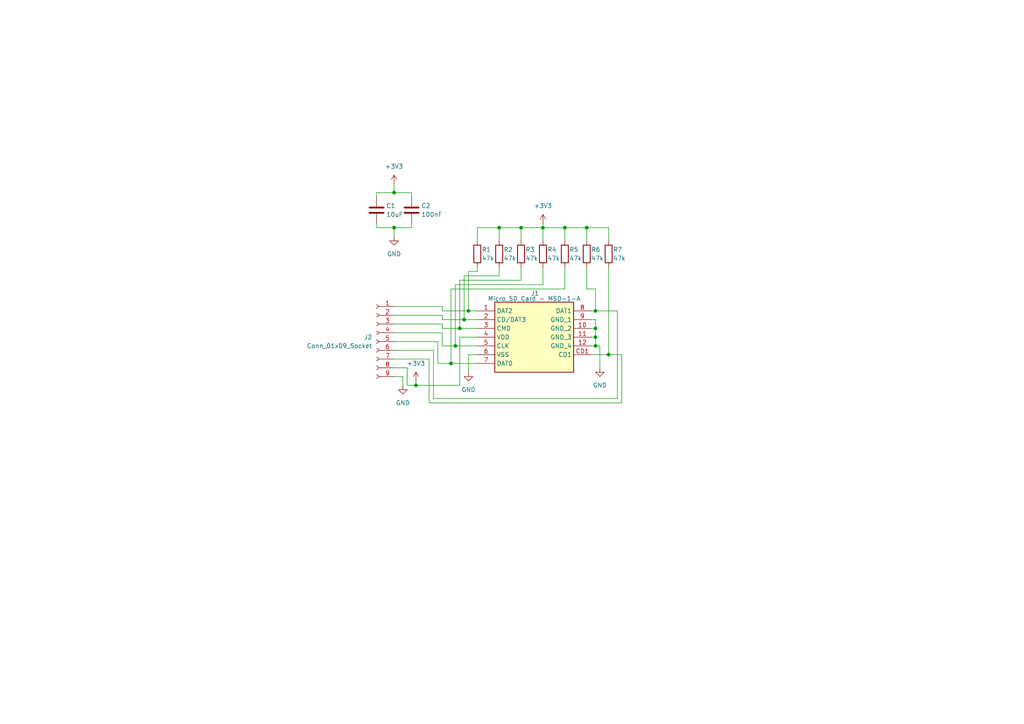
<source format=kicad_sch>
(kicad_sch
	(version 20250114)
	(generator "eeschema")
	(generator_version "9.0")
	(uuid "9a8e48de-7c02-406e-8ce5-8cf99d29a7f3")
	(paper "A4")
	(title_block
		(title "Micro SD Card Breakout Board")
		(date "2025-10-16")
		(rev "1.0")
	)
	(lib_symbols
		(symbol "Connector:Conn_01x09_Socket"
			(pin_names
				(offset 1.016)
				(hide yes)
			)
			(exclude_from_sim no)
			(in_bom yes)
			(on_board yes)
			(property "Reference" "J"
				(at 0 12.7 0)
				(effects
					(font
						(size 1.27 1.27)
					)
				)
			)
			(property "Value" "Conn_01x09_Socket"
				(at 0 -12.7 0)
				(effects
					(font
						(size 1.27 1.27)
					)
				)
			)
			(property "Footprint" ""
				(at 0 0 0)
				(effects
					(font
						(size 1.27 1.27)
					)
					(hide yes)
				)
			)
			(property "Datasheet" "~"
				(at 0 0 0)
				(effects
					(font
						(size 1.27 1.27)
					)
					(hide yes)
				)
			)
			(property "Description" "Generic connector, single row, 01x09, script generated"
				(at 0 0 0)
				(effects
					(font
						(size 1.27 1.27)
					)
					(hide yes)
				)
			)
			(property "ki_locked" ""
				(at 0 0 0)
				(effects
					(font
						(size 1.27 1.27)
					)
				)
			)
			(property "ki_keywords" "connector"
				(at 0 0 0)
				(effects
					(font
						(size 1.27 1.27)
					)
					(hide yes)
				)
			)
			(property "ki_fp_filters" "Connector*:*_1x??_*"
				(at 0 0 0)
				(effects
					(font
						(size 1.27 1.27)
					)
					(hide yes)
				)
			)
			(symbol "Conn_01x09_Socket_1_1"
				(polyline
					(pts
						(xy -1.27 10.16) (xy -0.508 10.16)
					)
					(stroke
						(width 0.1524)
						(type default)
					)
					(fill
						(type none)
					)
				)
				(polyline
					(pts
						(xy -1.27 7.62) (xy -0.508 7.62)
					)
					(stroke
						(width 0.1524)
						(type default)
					)
					(fill
						(type none)
					)
				)
				(polyline
					(pts
						(xy -1.27 5.08) (xy -0.508 5.08)
					)
					(stroke
						(width 0.1524)
						(type default)
					)
					(fill
						(type none)
					)
				)
				(polyline
					(pts
						(xy -1.27 2.54) (xy -0.508 2.54)
					)
					(stroke
						(width 0.1524)
						(type default)
					)
					(fill
						(type none)
					)
				)
				(polyline
					(pts
						(xy -1.27 0) (xy -0.508 0)
					)
					(stroke
						(width 0.1524)
						(type default)
					)
					(fill
						(type none)
					)
				)
				(polyline
					(pts
						(xy -1.27 -2.54) (xy -0.508 -2.54)
					)
					(stroke
						(width 0.1524)
						(type default)
					)
					(fill
						(type none)
					)
				)
				(polyline
					(pts
						(xy -1.27 -5.08) (xy -0.508 -5.08)
					)
					(stroke
						(width 0.1524)
						(type default)
					)
					(fill
						(type none)
					)
				)
				(polyline
					(pts
						(xy -1.27 -7.62) (xy -0.508 -7.62)
					)
					(stroke
						(width 0.1524)
						(type default)
					)
					(fill
						(type none)
					)
				)
				(polyline
					(pts
						(xy -1.27 -10.16) (xy -0.508 -10.16)
					)
					(stroke
						(width 0.1524)
						(type default)
					)
					(fill
						(type none)
					)
				)
				(arc
					(start 0 9.652)
					(mid -0.5058 10.16)
					(end 0 10.668)
					(stroke
						(width 0.1524)
						(type default)
					)
					(fill
						(type none)
					)
				)
				(arc
					(start 0 7.112)
					(mid -0.5058 7.62)
					(end 0 8.128)
					(stroke
						(width 0.1524)
						(type default)
					)
					(fill
						(type none)
					)
				)
				(arc
					(start 0 4.572)
					(mid -0.5058 5.08)
					(end 0 5.588)
					(stroke
						(width 0.1524)
						(type default)
					)
					(fill
						(type none)
					)
				)
				(arc
					(start 0 2.032)
					(mid -0.5058 2.54)
					(end 0 3.048)
					(stroke
						(width 0.1524)
						(type default)
					)
					(fill
						(type none)
					)
				)
				(arc
					(start 0 -0.508)
					(mid -0.5058 0)
					(end 0 0.508)
					(stroke
						(width 0.1524)
						(type default)
					)
					(fill
						(type none)
					)
				)
				(arc
					(start 0 -3.048)
					(mid -0.5058 -2.54)
					(end 0 -2.032)
					(stroke
						(width 0.1524)
						(type default)
					)
					(fill
						(type none)
					)
				)
				(arc
					(start 0 -5.588)
					(mid -0.5058 -5.08)
					(end 0 -4.572)
					(stroke
						(width 0.1524)
						(type default)
					)
					(fill
						(type none)
					)
				)
				(arc
					(start 0 -8.128)
					(mid -0.5058 -7.62)
					(end 0 -7.112)
					(stroke
						(width 0.1524)
						(type default)
					)
					(fill
						(type none)
					)
				)
				(arc
					(start 0 -10.668)
					(mid -0.5058 -10.16)
					(end 0 -9.652)
					(stroke
						(width 0.1524)
						(type default)
					)
					(fill
						(type none)
					)
				)
				(pin passive line
					(at -5.08 10.16 0)
					(length 3.81)
					(name "Pin_1"
						(effects
							(font
								(size 1.27 1.27)
							)
						)
					)
					(number "1"
						(effects
							(font
								(size 1.27 1.27)
							)
						)
					)
				)
				(pin passive line
					(at -5.08 7.62 0)
					(length 3.81)
					(name "Pin_2"
						(effects
							(font
								(size 1.27 1.27)
							)
						)
					)
					(number "2"
						(effects
							(font
								(size 1.27 1.27)
							)
						)
					)
				)
				(pin passive line
					(at -5.08 5.08 0)
					(length 3.81)
					(name "Pin_3"
						(effects
							(font
								(size 1.27 1.27)
							)
						)
					)
					(number "3"
						(effects
							(font
								(size 1.27 1.27)
							)
						)
					)
				)
				(pin passive line
					(at -5.08 2.54 0)
					(length 3.81)
					(name "Pin_4"
						(effects
							(font
								(size 1.27 1.27)
							)
						)
					)
					(number "4"
						(effects
							(font
								(size 1.27 1.27)
							)
						)
					)
				)
				(pin passive line
					(at -5.08 0 0)
					(length 3.81)
					(name "Pin_5"
						(effects
							(font
								(size 1.27 1.27)
							)
						)
					)
					(number "5"
						(effects
							(font
								(size 1.27 1.27)
							)
						)
					)
				)
				(pin passive line
					(at -5.08 -2.54 0)
					(length 3.81)
					(name "Pin_6"
						(effects
							(font
								(size 1.27 1.27)
							)
						)
					)
					(number "6"
						(effects
							(font
								(size 1.27 1.27)
							)
						)
					)
				)
				(pin passive line
					(at -5.08 -5.08 0)
					(length 3.81)
					(name "Pin_7"
						(effects
							(font
								(size 1.27 1.27)
							)
						)
					)
					(number "7"
						(effects
							(font
								(size 1.27 1.27)
							)
						)
					)
				)
				(pin passive line
					(at -5.08 -7.62 0)
					(length 3.81)
					(name "Pin_8"
						(effects
							(font
								(size 1.27 1.27)
							)
						)
					)
					(number "8"
						(effects
							(font
								(size 1.27 1.27)
							)
						)
					)
				)
				(pin passive line
					(at -5.08 -10.16 0)
					(length 3.81)
					(name "Pin_9"
						(effects
							(font
								(size 1.27 1.27)
							)
						)
					)
					(number "9"
						(effects
							(font
								(size 1.27 1.27)
							)
						)
					)
				)
			)
			(embedded_fonts no)
		)
		(symbol "Device:C"
			(pin_numbers
				(hide yes)
			)
			(pin_names
				(offset 0.254)
			)
			(exclude_from_sim no)
			(in_bom yes)
			(on_board yes)
			(property "Reference" "C"
				(at 0.635 2.54 0)
				(effects
					(font
						(size 1.27 1.27)
					)
					(justify left)
				)
			)
			(property "Value" "C"
				(at 0.635 -2.54 0)
				(effects
					(font
						(size 1.27 1.27)
					)
					(justify left)
				)
			)
			(property "Footprint" ""
				(at 0.9652 -3.81 0)
				(effects
					(font
						(size 1.27 1.27)
					)
					(hide yes)
				)
			)
			(property "Datasheet" "~"
				(at 0 0 0)
				(effects
					(font
						(size 1.27 1.27)
					)
					(hide yes)
				)
			)
			(property "Description" "Unpolarized capacitor"
				(at 0 0 0)
				(effects
					(font
						(size 1.27 1.27)
					)
					(hide yes)
				)
			)
			(property "ki_keywords" "cap capacitor"
				(at 0 0 0)
				(effects
					(font
						(size 1.27 1.27)
					)
					(hide yes)
				)
			)
			(property "ki_fp_filters" "C_*"
				(at 0 0 0)
				(effects
					(font
						(size 1.27 1.27)
					)
					(hide yes)
				)
			)
			(symbol "C_0_1"
				(polyline
					(pts
						(xy -2.032 0.762) (xy 2.032 0.762)
					)
					(stroke
						(width 0.508)
						(type default)
					)
					(fill
						(type none)
					)
				)
				(polyline
					(pts
						(xy -2.032 -0.762) (xy 2.032 -0.762)
					)
					(stroke
						(width 0.508)
						(type default)
					)
					(fill
						(type none)
					)
				)
			)
			(symbol "C_1_1"
				(pin passive line
					(at 0 3.81 270)
					(length 2.794)
					(name "~"
						(effects
							(font
								(size 1.27 1.27)
							)
						)
					)
					(number "1"
						(effects
							(font
								(size 1.27 1.27)
							)
						)
					)
				)
				(pin passive line
					(at 0 -3.81 90)
					(length 2.794)
					(name "~"
						(effects
							(font
								(size 1.27 1.27)
							)
						)
					)
					(number "2"
						(effects
							(font
								(size 1.27 1.27)
							)
						)
					)
				)
			)
			(embedded_fonts no)
		)
		(symbol "Device:R"
			(pin_numbers
				(hide yes)
			)
			(pin_names
				(offset 0)
			)
			(exclude_from_sim no)
			(in_bom yes)
			(on_board yes)
			(property "Reference" "R"
				(at 2.032 0 90)
				(effects
					(font
						(size 1.27 1.27)
					)
				)
			)
			(property "Value" "R"
				(at 0 0 90)
				(effects
					(font
						(size 1.27 1.27)
					)
				)
			)
			(property "Footprint" ""
				(at -1.778 0 90)
				(effects
					(font
						(size 1.27 1.27)
					)
					(hide yes)
				)
			)
			(property "Datasheet" "~"
				(at 0 0 0)
				(effects
					(font
						(size 1.27 1.27)
					)
					(hide yes)
				)
			)
			(property "Description" "Resistor"
				(at 0 0 0)
				(effects
					(font
						(size 1.27 1.27)
					)
					(hide yes)
				)
			)
			(property "ki_keywords" "R res resistor"
				(at 0 0 0)
				(effects
					(font
						(size 1.27 1.27)
					)
					(hide yes)
				)
			)
			(property "ki_fp_filters" "R_*"
				(at 0 0 0)
				(effects
					(font
						(size 1.27 1.27)
					)
					(hide yes)
				)
			)
			(symbol "R_0_1"
				(rectangle
					(start -1.016 -2.54)
					(end 1.016 2.54)
					(stroke
						(width 0.254)
						(type default)
					)
					(fill
						(type none)
					)
				)
			)
			(symbol "R_1_1"
				(pin passive line
					(at 0 3.81 270)
					(length 1.27)
					(name "~"
						(effects
							(font
								(size 1.27 1.27)
							)
						)
					)
					(number "1"
						(effects
							(font
								(size 1.27 1.27)
							)
						)
					)
				)
				(pin passive line
					(at 0 -3.81 90)
					(length 1.27)
					(name "~"
						(effects
							(font
								(size 1.27 1.27)
							)
						)
					)
					(number "2"
						(effects
							(font
								(size 1.27 1.27)
							)
						)
					)
				)
			)
			(embedded_fonts no)
		)
		(symbol "Zerrium:Micro SD Card - MSD-1-A"
			(exclude_from_sim no)
			(in_bom yes)
			(on_board yes)
			(property "Reference" "J"
				(at 29.21 7.62 0)
				(effects
					(font
						(size 1.27 1.27)
					)
					(justify left top)
				)
			)
			(property "Value" "Micro SD Card - MSD-1-A"
				(at 29.21 5.08 0)
				(effects
					(font
						(size 1.27 1.27)
					)
					(justify left top)
				)
			)
			(property "Footprint" "Zerrium:Micro SD Card - MSD1A"
				(at 29.21 -94.92 0)
				(effects
					(font
						(size 1.27 1.27)
					)
					(justify left top)
					(hide yes)
				)
			)
			(property "Datasheet" "https://www.sameskydevices.com/product/resource/msd-1-a.pdf"
				(at 29.21 -194.92 0)
				(effects
					(font
						(size 1.27 1.27)
					)
					(justify left top)
					(hide yes)
				)
			)
			(property "Description" ""
				(at 0 0 0)
				(effects
					(font
						(size 1.27 1.27)
					)
					(hide yes)
				)
			)
			(property "Height" "2"
				(at 29.21 -394.92 0)
				(effects
					(font
						(size 1.27 1.27)
					)
					(justify left top)
					(hide yes)
				)
			)
			(property "Mouser Part Number" "179-MSD-1-A"
				(at 29.21 -494.92 0)
				(effects
					(font
						(size 1.27 1.27)
					)
					(justify left top)
					(hide yes)
				)
			)
			(property "Mouser Price/Stock" "https://www.mouser.co.uk/ProductDetail/Same-Sky/MSD-1-A?qs=Z%252BL2brAPG1Ip18XLC4tUPQ%3D%3D"
				(at 29.21 -594.92 0)
				(effects
					(font
						(size 1.27 1.27)
					)
					(justify left top)
					(hide yes)
				)
			)
			(property "Manufacturer_Name" "Same Sky"
				(at 29.21 -694.92 0)
				(effects
					(font
						(size 1.27 1.27)
					)
					(justify left top)
					(hide yes)
				)
			)
			(property "Manufacturer_Part_Number" "MSD-1-A"
				(at 29.21 -794.92 0)
				(effects
					(font
						(size 1.27 1.27)
					)
					(justify left top)
					(hide yes)
				)
			)
			(symbol "Micro SD Card - MSD-1-A_1_1"
				(rectangle
					(start 5.08 2.54)
					(end 27.94 -17.78)
					(stroke
						(width 0.254)
						(type default)
					)
					(fill
						(type background)
					)
				)
				(pin passive line
					(at 0 0 0)
					(length 5.08)
					(name "DAT2"
						(effects
							(font
								(size 1.27 1.27)
							)
						)
					)
					(number "1"
						(effects
							(font
								(size 1.27 1.27)
							)
						)
					)
				)
				(pin passive line
					(at 0 -2.54 0)
					(length 5.08)
					(name "CD/DAT3"
						(effects
							(font
								(size 1.27 1.27)
							)
						)
					)
					(number "2"
						(effects
							(font
								(size 1.27 1.27)
							)
						)
					)
				)
				(pin passive line
					(at 0 -5.08 0)
					(length 5.08)
					(name "CMD"
						(effects
							(font
								(size 1.27 1.27)
							)
						)
					)
					(number "3"
						(effects
							(font
								(size 1.27 1.27)
							)
						)
					)
				)
				(pin passive line
					(at 0 -7.62 0)
					(length 5.08)
					(name "VDD"
						(effects
							(font
								(size 1.27 1.27)
							)
						)
					)
					(number "4"
						(effects
							(font
								(size 1.27 1.27)
							)
						)
					)
				)
				(pin passive line
					(at 0 -10.16 0)
					(length 5.08)
					(name "CLK"
						(effects
							(font
								(size 1.27 1.27)
							)
						)
					)
					(number "5"
						(effects
							(font
								(size 1.27 1.27)
							)
						)
					)
				)
				(pin passive line
					(at 0 -12.7 0)
					(length 5.08)
					(name "VSS"
						(effects
							(font
								(size 1.27 1.27)
							)
						)
					)
					(number "6"
						(effects
							(font
								(size 1.27 1.27)
							)
						)
					)
				)
				(pin passive line
					(at 0 -15.24 0)
					(length 5.08)
					(name "DAT0"
						(effects
							(font
								(size 1.27 1.27)
							)
						)
					)
					(number "7"
						(effects
							(font
								(size 1.27 1.27)
							)
						)
					)
				)
				(pin passive line
					(at 33.02 0 180)
					(length 5.08)
					(name "DAT1"
						(effects
							(font
								(size 1.27 1.27)
							)
						)
					)
					(number "8"
						(effects
							(font
								(size 1.27 1.27)
							)
						)
					)
				)
				(pin passive line
					(at 33.02 -2.54 180)
					(length 5.08)
					(name "GND_1"
						(effects
							(font
								(size 1.27 1.27)
							)
						)
					)
					(number "9"
						(effects
							(font
								(size 1.27 1.27)
							)
						)
					)
				)
				(pin passive line
					(at 33.02 -5.08 180)
					(length 5.08)
					(name "GND_2"
						(effects
							(font
								(size 1.27 1.27)
							)
						)
					)
					(number "10"
						(effects
							(font
								(size 1.27 1.27)
							)
						)
					)
				)
				(pin passive line
					(at 33.02 -7.62 180)
					(length 5.08)
					(name "GND_3"
						(effects
							(font
								(size 1.27 1.27)
							)
						)
					)
					(number "11"
						(effects
							(font
								(size 1.27 1.27)
							)
						)
					)
				)
				(pin passive line
					(at 33.02 -10.16 180)
					(length 5.08)
					(name "GND_4"
						(effects
							(font
								(size 1.27 1.27)
							)
						)
					)
					(number "12"
						(effects
							(font
								(size 1.27 1.27)
							)
						)
					)
				)
				(pin passive line
					(at 33.02 -12.7 180)
					(length 5.08)
					(name "CD1"
						(effects
							(font
								(size 1.27 1.27)
							)
						)
					)
					(number "CD1"
						(effects
							(font
								(size 1.27 1.27)
							)
						)
					)
				)
			)
			(embedded_fonts no)
		)
		(symbol "power:+3V3"
			(power)
			(pin_numbers
				(hide yes)
			)
			(pin_names
				(offset 0)
				(hide yes)
			)
			(exclude_from_sim no)
			(in_bom yes)
			(on_board yes)
			(property "Reference" "#PWR"
				(at 0 -3.81 0)
				(effects
					(font
						(size 1.27 1.27)
					)
					(hide yes)
				)
			)
			(property "Value" "+3V3"
				(at 0 3.556 0)
				(effects
					(font
						(size 1.27 1.27)
					)
				)
			)
			(property "Footprint" ""
				(at 0 0 0)
				(effects
					(font
						(size 1.27 1.27)
					)
					(hide yes)
				)
			)
			(property "Datasheet" ""
				(at 0 0 0)
				(effects
					(font
						(size 1.27 1.27)
					)
					(hide yes)
				)
			)
			(property "Description" "Power symbol creates a global label with name \"+3V3\""
				(at 0 0 0)
				(effects
					(font
						(size 1.27 1.27)
					)
					(hide yes)
				)
			)
			(property "ki_keywords" "global power"
				(at 0 0 0)
				(effects
					(font
						(size 1.27 1.27)
					)
					(hide yes)
				)
			)
			(symbol "+3V3_0_1"
				(polyline
					(pts
						(xy -0.762 1.27) (xy 0 2.54)
					)
					(stroke
						(width 0)
						(type default)
					)
					(fill
						(type none)
					)
				)
				(polyline
					(pts
						(xy 0 2.54) (xy 0.762 1.27)
					)
					(stroke
						(width 0)
						(type default)
					)
					(fill
						(type none)
					)
				)
				(polyline
					(pts
						(xy 0 0) (xy 0 2.54)
					)
					(stroke
						(width 0)
						(type default)
					)
					(fill
						(type none)
					)
				)
			)
			(symbol "+3V3_1_1"
				(pin power_in line
					(at 0 0 90)
					(length 0)
					(name "~"
						(effects
							(font
								(size 1.27 1.27)
							)
						)
					)
					(number "1"
						(effects
							(font
								(size 1.27 1.27)
							)
						)
					)
				)
			)
			(embedded_fonts no)
		)
		(symbol "power:GND"
			(power)
			(pin_numbers
				(hide yes)
			)
			(pin_names
				(offset 0)
				(hide yes)
			)
			(exclude_from_sim no)
			(in_bom yes)
			(on_board yes)
			(property "Reference" "#PWR"
				(at 0 -6.35 0)
				(effects
					(font
						(size 1.27 1.27)
					)
					(hide yes)
				)
			)
			(property "Value" "GND"
				(at 0 -3.81 0)
				(effects
					(font
						(size 1.27 1.27)
					)
				)
			)
			(property "Footprint" ""
				(at 0 0 0)
				(effects
					(font
						(size 1.27 1.27)
					)
					(hide yes)
				)
			)
			(property "Datasheet" ""
				(at 0 0 0)
				(effects
					(font
						(size 1.27 1.27)
					)
					(hide yes)
				)
			)
			(property "Description" "Power symbol creates a global label with name \"GND\" , ground"
				(at 0 0 0)
				(effects
					(font
						(size 1.27 1.27)
					)
					(hide yes)
				)
			)
			(property "ki_keywords" "global power"
				(at 0 0 0)
				(effects
					(font
						(size 1.27 1.27)
					)
					(hide yes)
				)
			)
			(symbol "GND_0_1"
				(polyline
					(pts
						(xy 0 0) (xy 0 -1.27) (xy 1.27 -1.27) (xy 0 -2.54) (xy -1.27 -1.27) (xy 0 -1.27)
					)
					(stroke
						(width 0)
						(type default)
					)
					(fill
						(type none)
					)
				)
			)
			(symbol "GND_1_1"
				(pin power_in line
					(at 0 0 270)
					(length 0)
					(name "~"
						(effects
							(font
								(size 1.27 1.27)
							)
						)
					)
					(number "1"
						(effects
							(font
								(size 1.27 1.27)
							)
						)
					)
				)
			)
			(embedded_fonts no)
		)
	)
	(junction
		(at 135.89 90.17)
		(diameter 0)
		(color 0 0 0 0)
		(uuid "006505fb-e3bc-43b7-b9dd-04e967362c0e")
	)
	(junction
		(at 114.3 66.04)
		(diameter 0)
		(color 0 0 0 0)
		(uuid "3f057860-cebe-43dd-bf27-3eeeeb81593d")
	)
	(junction
		(at 120.65 111.76)
		(diameter 0)
		(color 0 0 0 0)
		(uuid "40f4636b-51ee-4a0c-b848-c56a571245bc")
	)
	(junction
		(at 144.78 66.04)
		(diameter 0)
		(color 0 0 0 0)
		(uuid "4b7bc69c-9b21-4d70-8faf-245a9c736efd")
	)
	(junction
		(at 170.18 66.04)
		(diameter 0)
		(color 0 0 0 0)
		(uuid "4e006455-e3d8-4dda-8a01-7486e53c4e9c")
	)
	(junction
		(at 134.62 92.71)
		(diameter 0)
		(color 0 0 0 0)
		(uuid "595e2078-06e3-4f0a-b6fe-16e6e5458d8c")
	)
	(junction
		(at 172.72 95.25)
		(diameter 0)
		(color 0 0 0 0)
		(uuid "69a90fba-4bed-4670-be64-749313737647")
	)
	(junction
		(at 172.72 100.33)
		(diameter 0)
		(color 0 0 0 0)
		(uuid "6e5d0a0f-8b30-4b22-846a-2bf48049c693")
	)
	(junction
		(at 114.3 55.88)
		(diameter 0)
		(color 0 0 0 0)
		(uuid "793e4507-b860-41c2-9e71-d968873e8fd1")
	)
	(junction
		(at 176.53 102.87)
		(diameter 0)
		(color 0 0 0 0)
		(uuid "82a56cb1-be78-4565-a6cd-4498d627a3af")
	)
	(junction
		(at 151.13 66.04)
		(diameter 0)
		(color 0 0 0 0)
		(uuid "87b0a32b-c52c-4642-bf4e-c404e2712af8")
	)
	(junction
		(at 157.48 66.04)
		(diameter 0)
		(color 0 0 0 0)
		(uuid "a53907a3-54a7-4bab-8256-b4a767c7ecc4")
	)
	(junction
		(at 130.81 105.41)
		(diameter 0)
		(color 0 0 0 0)
		(uuid "d2893bc8-1c1b-4da3-b17e-ffbb8a0b76f2")
	)
	(junction
		(at 132.08 100.33)
		(diameter 0)
		(color 0 0 0 0)
		(uuid "d7c919de-c82b-44ce-89c5-79d6231cb38f")
	)
	(junction
		(at 172.72 97.79)
		(diameter 0)
		(color 0 0 0 0)
		(uuid "dfd2388a-a0f9-4922-a0e5-1d41518ccc0f")
	)
	(junction
		(at 172.72 90.17)
		(diameter 0)
		(color 0 0 0 0)
		(uuid "e5f97128-c0eb-419e-8694-59c0b5e7b263")
	)
	(junction
		(at 163.83 66.04)
		(diameter 0)
		(color 0 0 0 0)
		(uuid "f3aaa48a-c4d6-4f90-afb8-9c3f238bc00a")
	)
	(junction
		(at 133.35 95.25)
		(diameter 0)
		(color 0 0 0 0)
		(uuid "f7ac4023-e830-440f-9ee3-29e93496d47b")
	)
	(wire
		(pts
			(xy 109.22 55.88) (xy 114.3 55.88)
		)
		(stroke
			(width 0)
			(type default)
		)
		(uuid "001932aa-f2b6-45b0-ae14-366d22da7c4b")
	)
	(wire
		(pts
			(xy 134.62 80.01) (xy 134.62 92.71)
		)
		(stroke
			(width 0)
			(type default)
		)
		(uuid "00201abe-7e33-4c8a-9d4a-661861a0dd93")
	)
	(wire
		(pts
			(xy 157.48 77.47) (xy 157.48 82.55)
		)
		(stroke
			(width 0)
			(type default)
		)
		(uuid "002e0373-c8fa-438b-843c-cbf78929008c")
	)
	(wire
		(pts
			(xy 124.46 104.14) (xy 124.46 116.84)
		)
		(stroke
			(width 0)
			(type default)
		)
		(uuid "0088b95c-d35e-4a2a-9e30-5152404b1934")
	)
	(wire
		(pts
			(xy 172.72 83.82) (xy 172.72 90.17)
		)
		(stroke
			(width 0)
			(type default)
		)
		(uuid "03c41c0d-3497-4a61-b4f1-ed95b1039f25")
	)
	(wire
		(pts
			(xy 109.22 64.77) (xy 109.22 66.04)
		)
		(stroke
			(width 0)
			(type default)
		)
		(uuid "03f61cd6-4569-41e1-a868-5ddadd8ad2bd")
	)
	(wire
		(pts
			(xy 124.46 116.84) (xy 180.34 116.84)
		)
		(stroke
			(width 0)
			(type default)
		)
		(uuid "0a0ab15f-74d5-4147-a085-51d289552560")
	)
	(wire
		(pts
			(xy 127 105.41) (xy 130.81 105.41)
		)
		(stroke
			(width 0)
			(type default)
		)
		(uuid "0b6d76f4-df10-4dc1-a4c3-9953ad4dc445")
	)
	(wire
		(pts
			(xy 132.08 100.33) (xy 138.43 100.33)
		)
		(stroke
			(width 0)
			(type default)
		)
		(uuid "0c377415-b65f-42bd-b2af-76e0928c6bb1")
	)
	(wire
		(pts
			(xy 134.62 92.71) (xy 138.43 92.71)
		)
		(stroke
			(width 0)
			(type default)
		)
		(uuid "0faa5103-5b27-4c60-9e6a-dca5c3ca9ff8")
	)
	(wire
		(pts
			(xy 144.78 66.04) (xy 151.13 66.04)
		)
		(stroke
			(width 0)
			(type default)
		)
		(uuid "114d3a3e-507a-4dfc-b08e-c118e0ea652e")
	)
	(wire
		(pts
			(xy 171.45 92.71) (xy 172.72 92.71)
		)
		(stroke
			(width 0)
			(type default)
		)
		(uuid "152aba8e-6d85-418d-a664-3068f242de3a")
	)
	(wire
		(pts
			(xy 138.43 97.79) (xy 133.35 97.79)
		)
		(stroke
			(width 0)
			(type default)
		)
		(uuid "16ad02cf-15a9-440c-84bd-9d23360fedcb")
	)
	(wire
		(pts
			(xy 157.48 82.55) (xy 132.08 82.55)
		)
		(stroke
			(width 0)
			(type default)
		)
		(uuid "1b6cf6f1-1fe7-4553-a364-777c5f4391e7")
	)
	(wire
		(pts
			(xy 144.78 80.01) (xy 134.62 80.01)
		)
		(stroke
			(width 0)
			(type default)
		)
		(uuid "1c71f075-30ff-4ea6-bd2b-c9c2a3e45da8")
	)
	(wire
		(pts
			(xy 114.3 66.04) (xy 114.3 68.58)
		)
		(stroke
			(width 0)
			(type default)
		)
		(uuid "1ce3dcfa-4754-4133-8fb4-cde098fa6bd3")
	)
	(wire
		(pts
			(xy 173.99 106.68) (xy 173.99 100.33)
		)
		(stroke
			(width 0)
			(type default)
		)
		(uuid "1e93ba2b-91a5-498f-9a9f-9a159bd290dc")
	)
	(wire
		(pts
			(xy 163.83 66.04) (xy 163.83 69.85)
		)
		(stroke
			(width 0)
			(type default)
		)
		(uuid "1f738ed3-6920-4e2e-b3c9-e46977d24322")
	)
	(wire
		(pts
			(xy 171.45 95.25) (xy 172.72 95.25)
		)
		(stroke
			(width 0)
			(type default)
		)
		(uuid "1f7e1c2c-6483-4170-a770-cf15f5c13720")
	)
	(wire
		(pts
			(xy 130.81 83.82) (xy 130.81 105.41)
		)
		(stroke
			(width 0)
			(type default)
		)
		(uuid "23a1d05f-117a-49fc-809a-b34f246f0802")
	)
	(wire
		(pts
			(xy 170.18 83.82) (xy 172.72 83.82)
		)
		(stroke
			(width 0)
			(type default)
		)
		(uuid "2df4b173-330e-4673-a01c-778386ff05bf")
	)
	(wire
		(pts
			(xy 114.3 66.04) (xy 119.38 66.04)
		)
		(stroke
			(width 0)
			(type default)
		)
		(uuid "30149752-d36d-417c-8526-90af63cd915c")
	)
	(wire
		(pts
			(xy 138.43 66.04) (xy 144.78 66.04)
		)
		(stroke
			(width 0)
			(type default)
		)
		(uuid "34b54e1d-b4f7-4276-8452-fd089fb6b7f5")
	)
	(wire
		(pts
			(xy 179.07 115.57) (xy 179.07 90.17)
		)
		(stroke
			(width 0)
			(type default)
		)
		(uuid "3698df68-114f-45cf-9a31-db575f7fab6d")
	)
	(wire
		(pts
			(xy 120.65 110.49) (xy 120.65 111.76)
		)
		(stroke
			(width 0)
			(type default)
		)
		(uuid "3ecebb1c-bbe0-4186-9aaf-2ac1b78773ca")
	)
	(wire
		(pts
			(xy 180.34 102.87) (xy 176.53 102.87)
		)
		(stroke
			(width 0)
			(type default)
		)
		(uuid "431f2597-1f4b-4ee4-9d8a-d8e1497c3596")
	)
	(wire
		(pts
			(xy 170.18 66.04) (xy 163.83 66.04)
		)
		(stroke
			(width 0)
			(type default)
		)
		(uuid "4384e726-1d30-4d9a-a8e8-e4c7c1b0c9b9")
	)
	(wire
		(pts
			(xy 176.53 77.47) (xy 176.53 102.87)
		)
		(stroke
			(width 0)
			(type default)
		)
		(uuid "45e6ae18-49eb-42b6-9b8b-163cf7bd1ebb")
	)
	(wire
		(pts
			(xy 128.27 100.33) (xy 132.08 100.33)
		)
		(stroke
			(width 0)
			(type default)
		)
		(uuid "4895cab3-e00c-4911-a939-4d60f7f84785")
	)
	(wire
		(pts
			(xy 125.73 101.6) (xy 125.73 115.57)
		)
		(stroke
			(width 0)
			(type default)
		)
		(uuid "4ec5d687-6333-44fe-a338-5117efb5e355")
	)
	(wire
		(pts
			(xy 114.3 109.22) (xy 116.84 109.22)
		)
		(stroke
			(width 0)
			(type default)
		)
		(uuid "4ef73b41-38d1-4672-8350-4941d7d101a9")
	)
	(wire
		(pts
			(xy 114.3 55.88) (xy 114.3 53.34)
		)
		(stroke
			(width 0)
			(type default)
		)
		(uuid "506c3f8a-0d31-41e4-99fa-9aeb164e15d6")
	)
	(wire
		(pts
			(xy 172.72 95.25) (xy 172.72 97.79)
		)
		(stroke
			(width 0)
			(type default)
		)
		(uuid "5c6086a0-dae5-4e75-8998-55628682a12d")
	)
	(wire
		(pts
			(xy 135.89 107.95) (xy 135.89 102.87)
		)
		(stroke
			(width 0)
			(type default)
		)
		(uuid "5ddb9d30-6e11-4c98-ab74-3adb013a9cb3")
	)
	(wire
		(pts
			(xy 170.18 66.04) (xy 170.18 69.85)
		)
		(stroke
			(width 0)
			(type default)
		)
		(uuid "61ccd344-e383-4396-962e-ae36e8926270")
	)
	(wire
		(pts
			(xy 133.35 95.25) (xy 138.43 95.25)
		)
		(stroke
			(width 0)
			(type default)
		)
		(uuid "62ef57a2-4f7b-4d0a-9988-df64baf3ccd9")
	)
	(wire
		(pts
			(xy 176.53 69.85) (xy 176.53 66.04)
		)
		(stroke
			(width 0)
			(type default)
		)
		(uuid "6c4da5fc-25fe-457b-98f6-bfb55501523f")
	)
	(wire
		(pts
			(xy 114.3 104.14) (xy 124.46 104.14)
		)
		(stroke
			(width 0)
			(type default)
		)
		(uuid "6ece6297-4cee-4324-a755-afc5bee129f3")
	)
	(wire
		(pts
			(xy 171.45 100.33) (xy 172.72 100.33)
		)
		(stroke
			(width 0)
			(type default)
		)
		(uuid "730b1f39-feb8-446b-a811-fc19b8f166c6")
	)
	(wire
		(pts
			(xy 128.27 95.25) (xy 133.35 95.25)
		)
		(stroke
			(width 0)
			(type default)
		)
		(uuid "735aa723-409e-47f7-9992-87c0ca35a0be")
	)
	(wire
		(pts
			(xy 114.3 101.6) (xy 125.73 101.6)
		)
		(stroke
			(width 0)
			(type default)
		)
		(uuid "73950c97-7907-4364-b6d3-feb3203d1846")
	)
	(wire
		(pts
			(xy 133.35 111.76) (xy 120.65 111.76)
		)
		(stroke
			(width 0)
			(type default)
		)
		(uuid "79d7b5e7-cf81-4fc3-af5c-f1f3f862e55a")
	)
	(wire
		(pts
			(xy 151.13 66.04) (xy 157.48 66.04)
		)
		(stroke
			(width 0)
			(type default)
		)
		(uuid "826feeaf-b105-4a9a-8ac4-bda04c5890af")
	)
	(wire
		(pts
			(xy 163.83 66.04) (xy 157.48 66.04)
		)
		(stroke
			(width 0)
			(type default)
		)
		(uuid "839257a2-ec28-40dd-9834-cf271294403b")
	)
	(wire
		(pts
			(xy 135.89 102.87) (xy 138.43 102.87)
		)
		(stroke
			(width 0)
			(type default)
		)
		(uuid "86203b9c-f5e3-4b1f-9f60-57a8ebb8dfc9")
	)
	(wire
		(pts
			(xy 114.3 93.98) (xy 128.27 93.98)
		)
		(stroke
			(width 0)
			(type default)
		)
		(uuid "8e590a45-17db-4041-aab7-e0efd68f76aa")
	)
	(wire
		(pts
			(xy 114.3 88.9) (xy 128.27 88.9)
		)
		(stroke
			(width 0)
			(type default)
		)
		(uuid "90dc3eb5-e314-490a-b0d2-d0359a23ae48")
	)
	(wire
		(pts
			(xy 180.34 116.84) (xy 180.34 102.87)
		)
		(stroke
			(width 0)
			(type default)
		)
		(uuid "911d0919-76b3-4cff-b7b2-1a9cc9dd8a2a")
	)
	(wire
		(pts
			(xy 151.13 77.47) (xy 151.13 81.28)
		)
		(stroke
			(width 0)
			(type default)
		)
		(uuid "913468f9-542e-4e3b-a7b3-633170f1b95d")
	)
	(wire
		(pts
			(xy 157.48 66.04) (xy 157.48 69.85)
		)
		(stroke
			(width 0)
			(type default)
		)
		(uuid "9322ac2d-46dd-4a97-af0c-af5ce2d34842")
	)
	(wire
		(pts
			(xy 176.53 66.04) (xy 170.18 66.04)
		)
		(stroke
			(width 0)
			(type default)
		)
		(uuid "93385212-3f26-477b-ae61-7ce066395baa")
	)
	(wire
		(pts
			(xy 171.45 97.79) (xy 172.72 97.79)
		)
		(stroke
			(width 0)
			(type default)
		)
		(uuid "93606e2f-588b-4e62-8227-c1e447014d69")
	)
	(wire
		(pts
			(xy 130.81 105.41) (xy 138.43 105.41)
		)
		(stroke
			(width 0)
			(type default)
		)
		(uuid "9665ce55-39c6-4869-af29-09671927f4a5")
	)
	(wire
		(pts
			(xy 135.89 90.17) (xy 138.43 90.17)
		)
		(stroke
			(width 0)
			(type default)
		)
		(uuid "99cc9478-7226-49f7-a4f7-30c6a2ec72b1")
	)
	(wire
		(pts
			(xy 135.89 78.74) (xy 135.89 90.17)
		)
		(stroke
			(width 0)
			(type default)
		)
		(uuid "9ee9de56-8c97-445b-becf-b4f34863e118")
	)
	(wire
		(pts
			(xy 125.73 115.57) (xy 179.07 115.57)
		)
		(stroke
			(width 0)
			(type default)
		)
		(uuid "a47db459-cfdc-4e94-8a7f-e96686154bca")
	)
	(wire
		(pts
			(xy 179.07 90.17) (xy 172.72 90.17)
		)
		(stroke
			(width 0)
			(type default)
		)
		(uuid "a50045eb-62b4-4101-9c5c-a114a20855b5")
	)
	(wire
		(pts
			(xy 127 99.06) (xy 127 105.41)
		)
		(stroke
			(width 0)
			(type default)
		)
		(uuid "a8909a8d-d24e-4924-9ea7-2a9b089d066e")
	)
	(wire
		(pts
			(xy 128.27 96.52) (xy 128.27 100.33)
		)
		(stroke
			(width 0)
			(type default)
		)
		(uuid "acda0ed5-6bb2-4bfa-aa8c-340030143f1d")
	)
	(wire
		(pts
			(xy 114.3 99.06) (xy 127 99.06)
		)
		(stroke
			(width 0)
			(type default)
		)
		(uuid "b084998b-86a2-4271-8fae-12440e662d0d")
	)
	(wire
		(pts
			(xy 118.11 106.68) (xy 114.3 106.68)
		)
		(stroke
			(width 0)
			(type default)
		)
		(uuid "b1da69a0-c64d-487f-b252-cec570536e9c")
	)
	(wire
		(pts
			(xy 172.72 92.71) (xy 172.72 95.25)
		)
		(stroke
			(width 0)
			(type default)
		)
		(uuid "b3deead0-6ff7-4227-8fa3-8628d4b0d7df")
	)
	(wire
		(pts
			(xy 163.83 77.47) (xy 163.83 83.82)
		)
		(stroke
			(width 0)
			(type default)
		)
		(uuid "b530968a-f87a-4d3c-b6c0-fcb582cc59ce")
	)
	(wire
		(pts
			(xy 157.48 64.77) (xy 157.48 66.04)
		)
		(stroke
			(width 0)
			(type default)
		)
		(uuid "b7ed2aae-c8de-4638-bcc6-bb4a0846d031")
	)
	(wire
		(pts
			(xy 144.78 66.04) (xy 144.78 69.85)
		)
		(stroke
			(width 0)
			(type default)
		)
		(uuid "b9d794ae-9a4a-419e-aa4f-9859109f5f4a")
	)
	(wire
		(pts
			(xy 128.27 90.17) (xy 135.89 90.17)
		)
		(stroke
			(width 0)
			(type default)
		)
		(uuid "bb0c767f-5448-48c5-84c1-35ff3106df6c")
	)
	(wire
		(pts
			(xy 128.27 91.44) (xy 128.27 92.71)
		)
		(stroke
			(width 0)
			(type default)
		)
		(uuid "bfe24bae-4662-41c3-8b33-7a80e4bedf55")
	)
	(wire
		(pts
			(xy 118.11 111.76) (xy 118.11 106.68)
		)
		(stroke
			(width 0)
			(type default)
		)
		(uuid "c32cd836-fa89-4897-83e0-47fd0757aa6e")
	)
	(wire
		(pts
			(xy 163.83 83.82) (xy 130.81 83.82)
		)
		(stroke
			(width 0)
			(type default)
		)
		(uuid "c7503c42-a6c5-438c-88ae-47bd27c200e2")
	)
	(wire
		(pts
			(xy 128.27 92.71) (xy 134.62 92.71)
		)
		(stroke
			(width 0)
			(type default)
		)
		(uuid "c79acbf0-5484-4c29-903d-acb133756815")
	)
	(wire
		(pts
			(xy 109.22 66.04) (xy 114.3 66.04)
		)
		(stroke
			(width 0)
			(type default)
		)
		(uuid "c7fa24f6-e216-43f6-bbfc-e42a2005c5d2")
	)
	(wire
		(pts
			(xy 151.13 81.28) (xy 133.35 81.28)
		)
		(stroke
			(width 0)
			(type default)
		)
		(uuid "cbf57819-5fbc-4750-a9c9-b226ac66dff5")
	)
	(wire
		(pts
			(xy 133.35 81.28) (xy 133.35 95.25)
		)
		(stroke
			(width 0)
			(type default)
		)
		(uuid "d2ec2670-b72b-49a4-92e7-b09606a8f82c")
	)
	(wire
		(pts
			(xy 114.3 96.52) (xy 128.27 96.52)
		)
		(stroke
			(width 0)
			(type default)
		)
		(uuid "d7266cc3-ab99-4545-8b1d-4b78e68817ea")
	)
	(wire
		(pts
			(xy 114.3 55.88) (xy 119.38 55.88)
		)
		(stroke
			(width 0)
			(type default)
		)
		(uuid "da046a96-c736-4ac9-8509-d994c2cce310")
	)
	(wire
		(pts
			(xy 144.78 77.47) (xy 144.78 80.01)
		)
		(stroke
			(width 0)
			(type default)
		)
		(uuid "db3aa9a5-803f-436f-bbaa-fc40f47d0102")
	)
	(wire
		(pts
			(xy 128.27 93.98) (xy 128.27 95.25)
		)
		(stroke
			(width 0)
			(type default)
		)
		(uuid "de788b44-ccb8-40d4-ad09-39cc518bf75c")
	)
	(wire
		(pts
			(xy 119.38 57.15) (xy 119.38 55.88)
		)
		(stroke
			(width 0)
			(type default)
		)
		(uuid "e072ad29-f197-46a5-a560-9115ac26e404")
	)
	(wire
		(pts
			(xy 133.35 97.79) (xy 133.35 111.76)
		)
		(stroke
			(width 0)
			(type default)
		)
		(uuid "e27e49df-91b2-41a6-8155-2029f13a0542")
	)
	(wire
		(pts
			(xy 120.65 111.76) (xy 118.11 111.76)
		)
		(stroke
			(width 0)
			(type default)
		)
		(uuid "e4d31474-2493-429d-aae6-bb5196a1c643")
	)
	(wire
		(pts
			(xy 109.22 57.15) (xy 109.22 55.88)
		)
		(stroke
			(width 0)
			(type default)
		)
		(uuid "e51e3f30-91cb-45e4-b597-4e6b8b6660a6")
	)
	(wire
		(pts
			(xy 151.13 69.85) (xy 151.13 66.04)
		)
		(stroke
			(width 0)
			(type default)
		)
		(uuid "e5315cce-7080-4253-9de5-c3a99ba695cb")
	)
	(wire
		(pts
			(xy 119.38 64.77) (xy 119.38 66.04)
		)
		(stroke
			(width 0)
			(type default)
		)
		(uuid "e543cff2-21d0-4ec4-b174-a7a658aa79b7")
	)
	(wire
		(pts
			(xy 172.72 100.33) (xy 173.99 100.33)
		)
		(stroke
			(width 0)
			(type default)
		)
		(uuid "e5c92076-76fa-478f-8764-1a1142c4f9ec")
	)
	(wire
		(pts
			(xy 138.43 77.47) (xy 138.43 78.74)
		)
		(stroke
			(width 0)
			(type default)
		)
		(uuid "e659d142-3ed2-493f-82f1-cd47e7c10ca5")
	)
	(wire
		(pts
			(xy 132.08 82.55) (xy 132.08 100.33)
		)
		(stroke
			(width 0)
			(type default)
		)
		(uuid "e8020c86-63ea-4e6d-8a70-52e947e11df6")
	)
	(wire
		(pts
			(xy 114.3 91.44) (xy 128.27 91.44)
		)
		(stroke
			(width 0)
			(type default)
		)
		(uuid "e9db72fb-466d-4fce-bb80-f571bb022264")
	)
	(wire
		(pts
			(xy 172.72 97.79) (xy 172.72 100.33)
		)
		(stroke
			(width 0)
			(type default)
		)
		(uuid "eaf7db38-37c7-49f5-9510-febbdf7db444")
	)
	(wire
		(pts
			(xy 171.45 102.87) (xy 176.53 102.87)
		)
		(stroke
			(width 0)
			(type default)
		)
		(uuid "ecdd2755-b2f9-442a-a934-75d67220ddfb")
	)
	(wire
		(pts
			(xy 128.27 88.9) (xy 128.27 90.17)
		)
		(stroke
			(width 0)
			(type default)
		)
		(uuid "ee797d80-709d-4f3e-a0cb-549e609f472d")
	)
	(wire
		(pts
			(xy 138.43 69.85) (xy 138.43 66.04)
		)
		(stroke
			(width 0)
			(type default)
		)
		(uuid "f0721a53-cee7-47c3-a030-784511f3cb40")
	)
	(wire
		(pts
			(xy 138.43 78.74) (xy 135.89 78.74)
		)
		(stroke
			(width 0)
			(type default)
		)
		(uuid "f1da46b6-c91f-4714-b17a-b05de8aa9bf4")
	)
	(wire
		(pts
			(xy 116.84 109.22) (xy 116.84 111.76)
		)
		(stroke
			(width 0)
			(type default)
		)
		(uuid "fa4a2922-d8a1-4599-86ee-b1956457f6e6")
	)
	(wire
		(pts
			(xy 170.18 77.47) (xy 170.18 83.82)
		)
		(stroke
			(width 0)
			(type default)
		)
		(uuid "fa5f4e8a-7e9d-445e-86c2-efd7abd019ef")
	)
	(wire
		(pts
			(xy 172.72 90.17) (xy 171.45 90.17)
		)
		(stroke
			(width 0)
			(type default)
		)
		(uuid "fae008a1-39ce-4cd6-bbf5-b7274cb440ba")
	)
	(symbol
		(lib_id "power:GND")
		(at 116.84 111.76 0)
		(unit 1)
		(exclude_from_sim no)
		(in_bom yes)
		(on_board yes)
		(dnp no)
		(fields_autoplaced yes)
		(uuid "0834a329-ecf2-4a52-9e88-0d8df880b5dc")
		(property "Reference" "#PWR02"
			(at 116.84 118.11 0)
			(effects
				(font
					(size 1.27 1.27)
				)
				(hide yes)
			)
		)
		(property "Value" "GND"
			(at 116.84 116.84 0)
			(effects
				(font
					(size 1.27 1.27)
				)
			)
		)
		(property "Footprint" ""
			(at 116.84 111.76 0)
			(effects
				(font
					(size 1.27 1.27)
				)
				(hide yes)
			)
		)
		(property "Datasheet" ""
			(at 116.84 111.76 0)
			(effects
				(font
					(size 1.27 1.27)
				)
				(hide yes)
			)
		)
		(property "Description" "Power symbol creates a global label with name \"GND\" , ground"
			(at 116.84 111.76 0)
			(effects
				(font
					(size 1.27 1.27)
				)
				(hide yes)
			)
		)
		(pin "1"
			(uuid "6a9292a2-2017-4053-8531-08685c6bad79")
		)
		(instances
			(project ""
				(path "/9a8e48de-7c02-406e-8ce5-8cf99d29a7f3"
					(reference "#PWR02")
					(unit 1)
				)
			)
		)
	)
	(symbol
		(lib_id "Connector:Conn_01x09_Socket")
		(at 109.22 99.06 0)
		(mirror y)
		(unit 1)
		(exclude_from_sim no)
		(in_bom yes)
		(on_board yes)
		(dnp no)
		(uuid "38660e11-2196-4eb6-9f26-bee973f839f6")
		(property "Reference" "J2"
			(at 107.95 97.7899 0)
			(effects
				(font
					(size 1.27 1.27)
				)
				(justify left)
			)
		)
		(property "Value" "Conn_01x09_Socket"
			(at 107.95 100.3299 0)
			(effects
				(font
					(size 1.27 1.27)
				)
				(justify left)
			)
		)
		(property "Footprint" "Connector_PinHeader_2.54mm:PinHeader_1x09_P2.54mm_Vertical"
			(at 109.22 99.06 0)
			(effects
				(font
					(size 1.27 1.27)
				)
				(hide yes)
			)
		)
		(property "Datasheet" "~"
			(at 109.22 99.06 0)
			(effects
				(font
					(size 1.27 1.27)
				)
				(hide yes)
			)
		)
		(property "Description" "Generic connector, single row, 01x09, script generated"
			(at 109.22 99.06 0)
			(effects
				(font
					(size 1.27 1.27)
				)
				(hide yes)
			)
		)
		(pin "5"
			(uuid "7eb48bc9-59d6-4e46-bb59-48c7d8dee163")
		)
		(pin "3"
			(uuid "05e45222-028f-4bb2-817c-65595fe97b7e")
		)
		(pin "4"
			(uuid "b8c7a9df-ea0d-4c74-8832-7baf24745822")
		)
		(pin "1"
			(uuid "a64727bf-3e84-4b3b-85b3-c6978bc92931")
		)
		(pin "2"
			(uuid "9b128194-732e-410b-8aad-9542d04bb3f2")
		)
		(pin "7"
			(uuid "d7097a20-5a6c-4a1d-bd72-3a3a4706826e")
		)
		(pin "8"
			(uuid "cda09e92-02e3-4754-815a-62599a4d6555")
		)
		(pin "9"
			(uuid "fbbc3c93-cf8c-4d05-b7cb-e62d15136e02")
		)
		(pin "6"
			(uuid "79dd0616-28a6-47ea-8569-468c2f540ea7")
		)
		(instances
			(project ""
				(path "/9a8e48de-7c02-406e-8ce5-8cf99d29a7f3"
					(reference "J2")
					(unit 1)
				)
			)
		)
	)
	(symbol
		(lib_id "power:GND")
		(at 135.89 107.95 0)
		(unit 1)
		(exclude_from_sim no)
		(in_bom yes)
		(on_board yes)
		(dnp no)
		(fields_autoplaced yes)
		(uuid "5ad6bd88-9874-4db1-b262-53f417eb393b")
		(property "Reference" "#PWR04"
			(at 135.89 114.3 0)
			(effects
				(font
					(size 1.27 1.27)
				)
				(hide yes)
			)
		)
		(property "Value" "GND"
			(at 135.89 113.03 0)
			(effects
				(font
					(size 1.27 1.27)
				)
			)
		)
		(property "Footprint" ""
			(at 135.89 107.95 0)
			(effects
				(font
					(size 1.27 1.27)
				)
				(hide yes)
			)
		)
		(property "Datasheet" ""
			(at 135.89 107.95 0)
			(effects
				(font
					(size 1.27 1.27)
				)
				(hide yes)
			)
		)
		(property "Description" "Power symbol creates a global label with name \"GND\" , ground"
			(at 135.89 107.95 0)
			(effects
				(font
					(size 1.27 1.27)
				)
				(hide yes)
			)
		)
		(pin "1"
			(uuid "b6fa417d-8cc0-420d-a860-efce1bc03bb7")
		)
		(instances
			(project ""
				(path "/9a8e48de-7c02-406e-8ce5-8cf99d29a7f3"
					(reference "#PWR04")
					(unit 1)
				)
			)
		)
	)
	(symbol
		(lib_id "Device:R")
		(at 138.43 73.66 0)
		(unit 1)
		(exclude_from_sim no)
		(in_bom yes)
		(on_board yes)
		(dnp no)
		(uuid "5ff222a1-abcd-4e38-812a-453a902b8d07")
		(property "Reference" "R1"
			(at 139.7 72.39 0)
			(effects
				(font
					(size 1.27 1.27)
				)
				(justify left)
			)
		)
		(property "Value" "47k"
			(at 139.7 74.93 0)
			(effects
				(font
					(size 1.27 1.27)
				)
				(justify left)
			)
		)
		(property "Footprint" "Resistor_SMD:R_1206_3216Metric_Pad1.30x1.75mm_HandSolder"
			(at 136.652 73.66 90)
			(effects
				(font
					(size 1.27 1.27)
				)
				(hide yes)
			)
		)
		(property "Datasheet" "~"
			(at 138.43 73.66 0)
			(effects
				(font
					(size 1.27 1.27)
				)
				(hide yes)
			)
		)
		(property "Description" "Resistor"
			(at 138.43 73.66 0)
			(effects
				(font
					(size 1.27 1.27)
				)
				(hide yes)
			)
		)
		(pin "1"
			(uuid "472b696e-fc22-4a3f-92fe-1e1342058449")
		)
		(pin "2"
			(uuid "45297ad8-9d37-43ab-baac-ded4c98ccaf7")
		)
		(instances
			(project ""
				(path "/9a8e48de-7c02-406e-8ce5-8cf99d29a7f3"
					(reference "R1")
					(unit 1)
				)
			)
		)
	)
	(symbol
		(lib_id "Device:R")
		(at 157.48 73.66 0)
		(unit 1)
		(exclude_from_sim no)
		(in_bom yes)
		(on_board yes)
		(dnp no)
		(uuid "709151bd-aa51-4d8d-a5d0-f4ee7a46f06d")
		(property "Reference" "R4"
			(at 158.75 72.39 0)
			(effects
				(font
					(size 1.27 1.27)
				)
				(justify left)
			)
		)
		(property "Value" "47k"
			(at 158.75 74.93 0)
			(effects
				(font
					(size 1.27 1.27)
				)
				(justify left)
			)
		)
		(property "Footprint" "Resistor_SMD:R_1206_3216Metric_Pad1.30x1.75mm_HandSolder"
			(at 155.702 73.66 90)
			(effects
				(font
					(size 1.27 1.27)
				)
				(hide yes)
			)
		)
		(property "Datasheet" "~"
			(at 157.48 73.66 0)
			(effects
				(font
					(size 1.27 1.27)
				)
				(hide yes)
			)
		)
		(property "Description" "Resistor"
			(at 157.48 73.66 0)
			(effects
				(font
					(size 1.27 1.27)
				)
				(hide yes)
			)
		)
		(pin "1"
			(uuid "f84d68ae-9f27-41cc-9507-af0aa7bf8198")
		)
		(pin "2"
			(uuid "fa28528b-7493-4f9d-87f7-fc1f536d559f")
		)
		(instances
			(project "Micro SD Card SDIO breakout board"
				(path "/9a8e48de-7c02-406e-8ce5-8cf99d29a7f3"
					(reference "R4")
					(unit 1)
				)
			)
		)
	)
	(symbol
		(lib_id "power:GND")
		(at 114.3 68.58 0)
		(unit 1)
		(exclude_from_sim no)
		(in_bom yes)
		(on_board yes)
		(dnp no)
		(fields_autoplaced yes)
		(uuid "7fad3aad-7847-4af1-b489-101bf18f1b69")
		(property "Reference" "#PWR07"
			(at 114.3 74.93 0)
			(effects
				(font
					(size 1.27 1.27)
				)
				(hide yes)
			)
		)
		(property "Value" "GND"
			(at 114.3 73.66 0)
			(effects
				(font
					(size 1.27 1.27)
				)
			)
		)
		(property "Footprint" ""
			(at 114.3 68.58 0)
			(effects
				(font
					(size 1.27 1.27)
				)
				(hide yes)
			)
		)
		(property "Datasheet" ""
			(at 114.3 68.58 0)
			(effects
				(font
					(size 1.27 1.27)
				)
				(hide yes)
			)
		)
		(property "Description" "Power symbol creates a global label with name \"GND\" , ground"
			(at 114.3 68.58 0)
			(effects
				(font
					(size 1.27 1.27)
				)
				(hide yes)
			)
		)
		(pin "1"
			(uuid "d1b7da55-4338-4dc3-a8fd-95d7157d1c3f")
		)
		(instances
			(project ""
				(path "/9a8e48de-7c02-406e-8ce5-8cf99d29a7f3"
					(reference "#PWR07")
					(unit 1)
				)
			)
		)
	)
	(symbol
		(lib_id "Device:R")
		(at 170.18 73.66 0)
		(unit 1)
		(exclude_from_sim no)
		(in_bom yes)
		(on_board yes)
		(dnp no)
		(uuid "8cbba3a2-d1f5-4d64-893f-d5ca8a974e22")
		(property "Reference" "R6"
			(at 171.45 72.39 0)
			(effects
				(font
					(size 1.27 1.27)
				)
				(justify left)
			)
		)
		(property "Value" "47k"
			(at 171.45 74.93 0)
			(effects
				(font
					(size 1.27 1.27)
				)
				(justify left)
			)
		)
		(property "Footprint" "Resistor_SMD:R_1206_3216Metric_Pad1.30x1.75mm_HandSolder"
			(at 168.402 73.66 90)
			(effects
				(font
					(size 1.27 1.27)
				)
				(hide yes)
			)
		)
		(property "Datasheet" "~"
			(at 170.18 73.66 0)
			(effects
				(font
					(size 1.27 1.27)
				)
				(hide yes)
			)
		)
		(property "Description" "Resistor"
			(at 170.18 73.66 0)
			(effects
				(font
					(size 1.27 1.27)
				)
				(hide yes)
			)
		)
		(pin "1"
			(uuid "a245c4bb-bc7e-4c68-a39b-78644c86b876")
		)
		(pin "2"
			(uuid "72198f31-7e9e-4574-bc33-b98ea0e0a72b")
		)
		(instances
			(project "Micro SD Card SDIO breakout board"
				(path "/9a8e48de-7c02-406e-8ce5-8cf99d29a7f3"
					(reference "R6")
					(unit 1)
				)
			)
		)
	)
	(symbol
		(lib_id "Device:R")
		(at 163.83 73.66 0)
		(unit 1)
		(exclude_from_sim no)
		(in_bom yes)
		(on_board yes)
		(dnp no)
		(uuid "9ff6e857-9de5-4fbd-8097-d0b68f88a42b")
		(property "Reference" "R5"
			(at 165.1 72.39 0)
			(effects
				(font
					(size 1.27 1.27)
				)
				(justify left)
			)
		)
		(property "Value" "47k"
			(at 165.1 74.93 0)
			(effects
				(font
					(size 1.27 1.27)
				)
				(justify left)
			)
		)
		(property "Footprint" "Resistor_SMD:R_1206_3216Metric_Pad1.30x1.75mm_HandSolder"
			(at 162.052 73.66 90)
			(effects
				(font
					(size 1.27 1.27)
				)
				(hide yes)
			)
		)
		(property "Datasheet" "~"
			(at 163.83 73.66 0)
			(effects
				(font
					(size 1.27 1.27)
				)
				(hide yes)
			)
		)
		(property "Description" "Resistor"
			(at 163.83 73.66 0)
			(effects
				(font
					(size 1.27 1.27)
				)
				(hide yes)
			)
		)
		(pin "1"
			(uuid "72fe3abb-8a52-4bc6-bfd7-398ae7b8c02b")
		)
		(pin "2"
			(uuid "83e530b3-c794-4a40-a987-1661439c0b49")
		)
		(instances
			(project "Micro SD Card SDIO breakout board"
				(path "/9a8e48de-7c02-406e-8ce5-8cf99d29a7f3"
					(reference "R5")
					(unit 1)
				)
			)
		)
	)
	(symbol
		(lib_id "power:+3V3")
		(at 157.48 64.77 0)
		(unit 1)
		(exclude_from_sim no)
		(in_bom yes)
		(on_board yes)
		(dnp no)
		(fields_autoplaced yes)
		(uuid "a12e7312-823f-490b-90db-7e4637b18d17")
		(property "Reference" "#PWR01"
			(at 157.48 68.58 0)
			(effects
				(font
					(size 1.27 1.27)
				)
				(hide yes)
			)
		)
		(property "Value" "+3V3"
			(at 157.48 59.69 0)
			(effects
				(font
					(size 1.27 1.27)
				)
			)
		)
		(property "Footprint" ""
			(at 157.48 64.77 0)
			(effects
				(font
					(size 1.27 1.27)
				)
				(hide yes)
			)
		)
		(property "Datasheet" ""
			(at 157.48 64.77 0)
			(effects
				(font
					(size 1.27 1.27)
				)
				(hide yes)
			)
		)
		(property "Description" "Power symbol creates a global label with name \"+3V3\""
			(at 157.48 64.77 0)
			(effects
				(font
					(size 1.27 1.27)
				)
				(hide yes)
			)
		)
		(pin "1"
			(uuid "8fc2fe57-0801-4dbd-bf8f-649c286de26f")
		)
		(instances
			(project ""
				(path "/9a8e48de-7c02-406e-8ce5-8cf99d29a7f3"
					(reference "#PWR01")
					(unit 1)
				)
			)
		)
	)
	(symbol
		(lib_id "Device:R")
		(at 176.53 73.66 0)
		(unit 1)
		(exclude_from_sim no)
		(in_bom yes)
		(on_board yes)
		(dnp no)
		(uuid "b7117e1a-d9e5-469b-8cd3-dd219fdeff6a")
		(property "Reference" "R7"
			(at 177.8 72.39 0)
			(effects
				(font
					(size 1.27 1.27)
				)
				(justify left)
			)
		)
		(property "Value" "47k"
			(at 177.8 74.93 0)
			(effects
				(font
					(size 1.27 1.27)
				)
				(justify left)
			)
		)
		(property "Footprint" "Resistor_SMD:R_1206_3216Metric_Pad1.30x1.75mm_HandSolder"
			(at 174.752 73.66 90)
			(effects
				(font
					(size 1.27 1.27)
				)
				(hide yes)
			)
		)
		(property "Datasheet" "~"
			(at 176.53 73.66 0)
			(effects
				(font
					(size 1.27 1.27)
				)
				(hide yes)
			)
		)
		(property "Description" "Resistor"
			(at 176.53 73.66 0)
			(effects
				(font
					(size 1.27 1.27)
				)
				(hide yes)
			)
		)
		(pin "1"
			(uuid "a68228f8-5daa-4119-835a-8cac0bed9576")
		)
		(pin "2"
			(uuid "dcdebba7-b23d-4817-887a-6d719910f5dc")
		)
		(instances
			(project "Micro SD Card SDIO breakout board"
				(path "/9a8e48de-7c02-406e-8ce5-8cf99d29a7f3"
					(reference "R7")
					(unit 1)
				)
			)
		)
	)
	(symbol
		(lib_id "power:GND")
		(at 173.99 106.68 0)
		(unit 1)
		(exclude_from_sim no)
		(in_bom yes)
		(on_board yes)
		(dnp no)
		(fields_autoplaced yes)
		(uuid "bc3cb2f1-4ca7-4c68-9ac0-14415f9e7f29")
		(property "Reference" "#PWR03"
			(at 173.99 113.03 0)
			(effects
				(font
					(size 1.27 1.27)
				)
				(hide yes)
			)
		)
		(property "Value" "GND"
			(at 173.99 111.76 0)
			(effects
				(font
					(size 1.27 1.27)
				)
			)
		)
		(property "Footprint" ""
			(at 173.99 106.68 0)
			(effects
				(font
					(size 1.27 1.27)
				)
				(hide yes)
			)
		)
		(property "Datasheet" ""
			(at 173.99 106.68 0)
			(effects
				(font
					(size 1.27 1.27)
				)
				(hide yes)
			)
		)
		(property "Description" "Power symbol creates a global label with name \"GND\" , ground"
			(at 173.99 106.68 0)
			(effects
				(font
					(size 1.27 1.27)
				)
				(hide yes)
			)
		)
		(pin "1"
			(uuid "a729567b-0c02-4a8d-a620-dc4a79b424d4")
		)
		(instances
			(project ""
				(path "/9a8e48de-7c02-406e-8ce5-8cf99d29a7f3"
					(reference "#PWR03")
					(unit 1)
				)
			)
		)
	)
	(symbol
		(lib_id "power:+3V3")
		(at 114.3 53.34 0)
		(unit 1)
		(exclude_from_sim no)
		(in_bom yes)
		(on_board yes)
		(dnp no)
		(fields_autoplaced yes)
		(uuid "c2e860d3-cc58-42dd-8b39-c2a2972d2fd7")
		(property "Reference" "#PWR06"
			(at 114.3 57.15 0)
			(effects
				(font
					(size 1.27 1.27)
				)
				(hide yes)
			)
		)
		(property "Value" "+3V3"
			(at 114.3 48.26 0)
			(effects
				(font
					(size 1.27 1.27)
				)
			)
		)
		(property "Footprint" ""
			(at 114.3 53.34 0)
			(effects
				(font
					(size 1.27 1.27)
				)
				(hide yes)
			)
		)
		(property "Datasheet" ""
			(at 114.3 53.34 0)
			(effects
				(font
					(size 1.27 1.27)
				)
				(hide yes)
			)
		)
		(property "Description" "Power symbol creates a global label with name \"+3V3\""
			(at 114.3 53.34 0)
			(effects
				(font
					(size 1.27 1.27)
				)
				(hide yes)
			)
		)
		(pin "1"
			(uuid "8cfb85a2-d35b-40b3-83c6-af69a85a9526")
		)
		(instances
			(project ""
				(path "/9a8e48de-7c02-406e-8ce5-8cf99d29a7f3"
					(reference "#PWR06")
					(unit 1)
				)
			)
		)
	)
	(symbol
		(lib_id "Device:C")
		(at 119.38 60.96 0)
		(unit 1)
		(exclude_from_sim no)
		(in_bom yes)
		(on_board yes)
		(dnp no)
		(uuid "ce5506c1-e5b1-48d1-b092-9bc7d216c38e")
		(property "Reference" "C2"
			(at 122.174 59.69 0)
			(effects
				(font
					(size 1.27 1.27)
				)
				(justify left)
			)
		)
		(property "Value" "100nF"
			(at 122.174 62.23 0)
			(effects
				(font
					(size 1.27 1.27)
				)
				(justify left)
			)
		)
		(property "Footprint" "Capacitor_SMD:C_1206_3216Metric_Pad1.33x1.80mm_HandSolder"
			(at 120.3452 64.77 0)
			(effects
				(font
					(size 1.27 1.27)
				)
				(hide yes)
			)
		)
		(property "Datasheet" "~"
			(at 119.38 60.96 0)
			(effects
				(font
					(size 1.27 1.27)
				)
				(hide yes)
			)
		)
		(property "Description" "Unpolarized capacitor"
			(at 119.38 60.96 0)
			(effects
				(font
					(size 1.27 1.27)
				)
				(hide yes)
			)
		)
		(pin "1"
			(uuid "0d7412bf-4243-45b1-8cbc-3d01f7f36aea")
		)
		(pin "2"
			(uuid "fcca0f73-6100-4504-ba50-780015a345ff")
		)
		(instances
			(project "Micro SD Card SDIO breakout board"
				(path "/9a8e48de-7c02-406e-8ce5-8cf99d29a7f3"
					(reference "C2")
					(unit 1)
				)
			)
		)
	)
	(symbol
		(lib_id "Device:R")
		(at 151.13 73.66 0)
		(unit 1)
		(exclude_from_sim no)
		(in_bom yes)
		(on_board yes)
		(dnp no)
		(uuid "dceefadc-94e5-4236-8b74-bba377713ce0")
		(property "Reference" "R3"
			(at 152.4 72.39 0)
			(effects
				(font
					(size 1.27 1.27)
				)
				(justify left)
			)
		)
		(property "Value" "47k"
			(at 152.4 74.93 0)
			(effects
				(font
					(size 1.27 1.27)
				)
				(justify left)
			)
		)
		(property "Footprint" "Resistor_SMD:R_1206_3216Metric_Pad1.30x1.75mm_HandSolder"
			(at 149.352 73.66 90)
			(effects
				(font
					(size 1.27 1.27)
				)
				(hide yes)
			)
		)
		(property "Datasheet" "~"
			(at 151.13 73.66 0)
			(effects
				(font
					(size 1.27 1.27)
				)
				(hide yes)
			)
		)
		(property "Description" "Resistor"
			(at 151.13 73.66 0)
			(effects
				(font
					(size 1.27 1.27)
				)
				(hide yes)
			)
		)
		(pin "1"
			(uuid "fe64c989-d6cd-463d-b22c-64919f092538")
		)
		(pin "2"
			(uuid "968861f0-e017-4857-91a0-d7552ee53518")
		)
		(instances
			(project "Micro SD Card SDIO breakout board"
				(path "/9a8e48de-7c02-406e-8ce5-8cf99d29a7f3"
					(reference "R3")
					(unit 1)
				)
			)
		)
	)
	(symbol
		(lib_id "Device:C")
		(at 109.22 60.96 0)
		(unit 1)
		(exclude_from_sim no)
		(in_bom yes)
		(on_board yes)
		(dnp no)
		(uuid "df97228a-124e-459f-8252-e4679ccc1941")
		(property "Reference" "C1"
			(at 112.014 59.69 0)
			(effects
				(font
					(size 1.27 1.27)
				)
				(justify left)
			)
		)
		(property "Value" "10uF"
			(at 112.014 62.23 0)
			(effects
				(font
					(size 1.27 1.27)
				)
				(justify left)
			)
		)
		(property "Footprint" "Capacitor_SMD:C_1206_3216Metric_Pad1.33x1.80mm_HandSolder"
			(at 110.1852 64.77 0)
			(effects
				(font
					(size 1.27 1.27)
				)
				(hide yes)
			)
		)
		(property "Datasheet" "~"
			(at 109.22 60.96 0)
			(effects
				(font
					(size 1.27 1.27)
				)
				(hide yes)
			)
		)
		(property "Description" "Unpolarized capacitor"
			(at 109.22 60.96 0)
			(effects
				(font
					(size 1.27 1.27)
				)
				(hide yes)
			)
		)
		(pin "1"
			(uuid "ebd32af3-e7fc-4593-9948-e4e914d33949")
		)
		(pin "2"
			(uuid "88927fef-b41b-459e-9309-5b79442fc081")
		)
		(instances
			(project ""
				(path "/9a8e48de-7c02-406e-8ce5-8cf99d29a7f3"
					(reference "C1")
					(unit 1)
				)
			)
		)
	)
	(symbol
		(lib_id "Zerrium:Micro SD Card - MSD-1-A")
		(at 138.43 90.17 0)
		(unit 1)
		(exclude_from_sim no)
		(in_bom yes)
		(on_board yes)
		(dnp no)
		(uuid "e3c7b876-1743-4888-9b16-d29a15ae3c15")
		(property "Reference" "J1"
			(at 155.194 85.09 0)
			(effects
				(font
					(size 1.27 1.27)
				)
			)
		)
		(property "Value" "Micro SD Card - MSD-1-A"
			(at 154.94 86.614 0)
			(effects
				(font
					(size 1.27 1.27)
				)
			)
		)
		(property "Footprint" "Zerrium:Micro SD Card - MSD1A"
			(at 167.64 185.09 0)
			(effects
				(font
					(size 1.27 1.27)
				)
				(justify left top)
				(hide yes)
			)
		)
		(property "Datasheet" "https://www.sameskydevices.com/product/resource/msd-1-a.pdf"
			(at 167.64 285.09 0)
			(effects
				(font
					(size 1.27 1.27)
				)
				(justify left top)
				(hide yes)
			)
		)
		(property "Description" ""
			(at 138.43 90.17 0)
			(effects
				(font
					(size 1.27 1.27)
				)
				(hide yes)
			)
		)
		(property "Height" "2"
			(at 167.64 485.09 0)
			(effects
				(font
					(size 1.27 1.27)
				)
				(justify left top)
				(hide yes)
			)
		)
		(property "Mouser Part Number" "179-MSD-1-A"
			(at 167.64 585.09 0)
			(effects
				(font
					(size 1.27 1.27)
				)
				(justify left top)
				(hide yes)
			)
		)
		(property "Mouser Price/Stock" "https://www.mouser.co.uk/ProductDetail/Same-Sky/MSD-1-A?qs=Z%252BL2brAPG1Ip18XLC4tUPQ%3D%3D"
			(at 167.64 685.09 0)
			(effects
				(font
					(size 1.27 1.27)
				)
				(justify left top)
				(hide yes)
			)
		)
		(property "Manufacturer_Name" "Same Sky"
			(at 167.64 785.09 0)
			(effects
				(font
					(size 1.27 1.27)
				)
				(justify left top)
				(hide yes)
			)
		)
		(property "Manufacturer_Part_Number" "MSD-1-A"
			(at 167.64 885.09 0)
			(effects
				(font
					(size 1.27 1.27)
				)
				(justify left top)
				(hide yes)
			)
		)
		(pin "2"
			(uuid "d583ebbc-4f07-4deb-9b8b-13a566abb2cf")
		)
		(pin "3"
			(uuid "de12938f-c27f-4417-8090-0700e4f97678")
		)
		(pin "1"
			(uuid "d1a0b2a0-0c2b-46e7-bf47-807c75cb0fe7")
		)
		(pin "8"
			(uuid "4d195f26-61c4-426b-8d9c-638948f11d28")
		)
		(pin "5"
			(uuid "7db74549-5206-4ebf-bdf7-7ce0301dbfc2")
		)
		(pin "6"
			(uuid "b4dc7aa4-ea17-47f4-8589-3792b932aa43")
		)
		(pin "7"
			(uuid "7a37bf4e-7538-4a39-bc23-2964a49137fa")
		)
		(pin "4"
			(uuid "7e78de79-f19d-4519-8353-7d105c799886")
		)
		(pin "9"
			(uuid "b8323f8f-c75e-4a01-8cd9-84de9d08f40e")
		)
		(pin "10"
			(uuid "c74f88d9-f8b6-461e-80fb-6f077fe6279b")
		)
		(pin "11"
			(uuid "c6949bde-57fc-42b2-916c-2ec0b170524d")
		)
		(pin "CD1"
			(uuid "87855075-16a3-4795-92b8-1792750f3f55")
		)
		(pin "12"
			(uuid "a73e1b1d-e23e-4358-bb6b-298eb76faaef")
		)
		(instances
			(project ""
				(path "/9a8e48de-7c02-406e-8ce5-8cf99d29a7f3"
					(reference "J1")
					(unit 1)
				)
			)
		)
	)
	(symbol
		(lib_id "power:+3V3")
		(at 120.65 110.49 0)
		(unit 1)
		(exclude_from_sim no)
		(in_bom yes)
		(on_board yes)
		(dnp no)
		(fields_autoplaced yes)
		(uuid "f152ae4a-1230-4ba1-9fee-855d0d3ee4a0")
		(property "Reference" "#PWR05"
			(at 120.65 114.3 0)
			(effects
				(font
					(size 1.27 1.27)
				)
				(hide yes)
			)
		)
		(property "Value" "+3V3"
			(at 120.65 105.41 0)
			(effects
				(font
					(size 1.27 1.27)
				)
			)
		)
		(property "Footprint" ""
			(at 120.65 110.49 0)
			(effects
				(font
					(size 1.27 1.27)
				)
				(hide yes)
			)
		)
		(property "Datasheet" ""
			(at 120.65 110.49 0)
			(effects
				(font
					(size 1.27 1.27)
				)
				(hide yes)
			)
		)
		(property "Description" "Power symbol creates a global label with name \"+3V3\""
			(at 120.65 110.49 0)
			(effects
				(font
					(size 1.27 1.27)
				)
				(hide yes)
			)
		)
		(pin "1"
			(uuid "f5bbdccb-57d1-48ad-ba83-9d15150702a0")
		)
		(instances
			(project ""
				(path "/9a8e48de-7c02-406e-8ce5-8cf99d29a7f3"
					(reference "#PWR05")
					(unit 1)
				)
			)
		)
	)
	(symbol
		(lib_id "Device:R")
		(at 144.78 73.66 0)
		(unit 1)
		(exclude_from_sim no)
		(in_bom yes)
		(on_board yes)
		(dnp no)
		(uuid "fee3c024-70b9-422a-a732-8ea022a4a5a1")
		(property "Reference" "R2"
			(at 146.05 72.39 0)
			(effects
				(font
					(size 1.27 1.27)
				)
				(justify left)
			)
		)
		(property "Value" "47k"
			(at 146.05 74.93 0)
			(effects
				(font
					(size 1.27 1.27)
				)
				(justify left)
			)
		)
		(property "Footprint" "Resistor_SMD:R_1206_3216Metric_Pad1.30x1.75mm_HandSolder"
			(at 143.002 73.66 90)
			(effects
				(font
					(size 1.27 1.27)
				)
				(hide yes)
			)
		)
		(property "Datasheet" "~"
			(at 144.78 73.66 0)
			(effects
				(font
					(size 1.27 1.27)
				)
				(hide yes)
			)
		)
		(property "Description" "Resistor"
			(at 144.78 73.66 0)
			(effects
				(font
					(size 1.27 1.27)
				)
				(hide yes)
			)
		)
		(pin "1"
			(uuid "9990f9ab-dc98-4807-a98e-f68f2756a75e")
		)
		(pin "2"
			(uuid "f44415bd-57b6-4118-b74d-120866e10c0a")
		)
		(instances
			(project "Micro SD Card SDIO breakout board"
				(path "/9a8e48de-7c02-406e-8ce5-8cf99d29a7f3"
					(reference "R2")
					(unit 1)
				)
			)
		)
	)
	(sheet_instances
		(path "/"
			(page "1")
		)
	)
	(embedded_fonts no)
)

</source>
